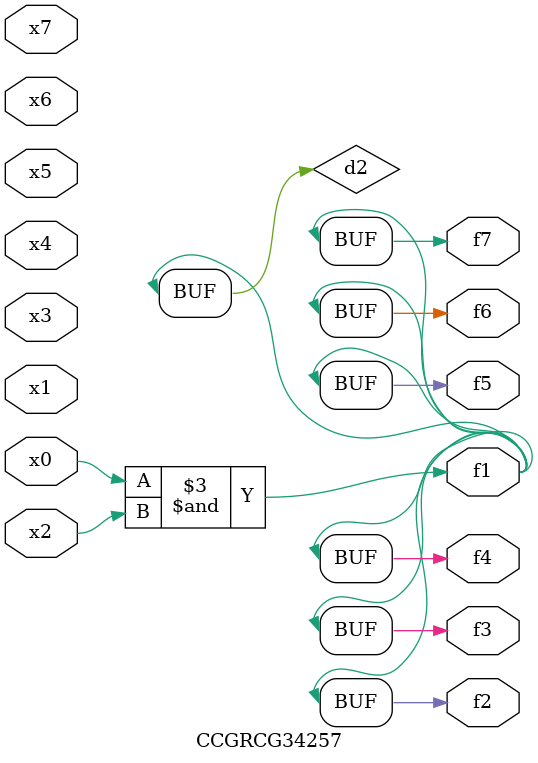
<source format=v>
module CCGRCG34257(
	input x0, x1, x2, x3, x4, x5, x6, x7,
	output f1, f2, f3, f4, f5, f6, f7
);

	wire d1, d2;

	nor (d1, x3, x6);
	and (d2, x0, x2);
	assign f1 = d2;
	assign f2 = d2;
	assign f3 = d2;
	assign f4 = d2;
	assign f5 = d2;
	assign f6 = d2;
	assign f7 = d2;
endmodule

</source>
